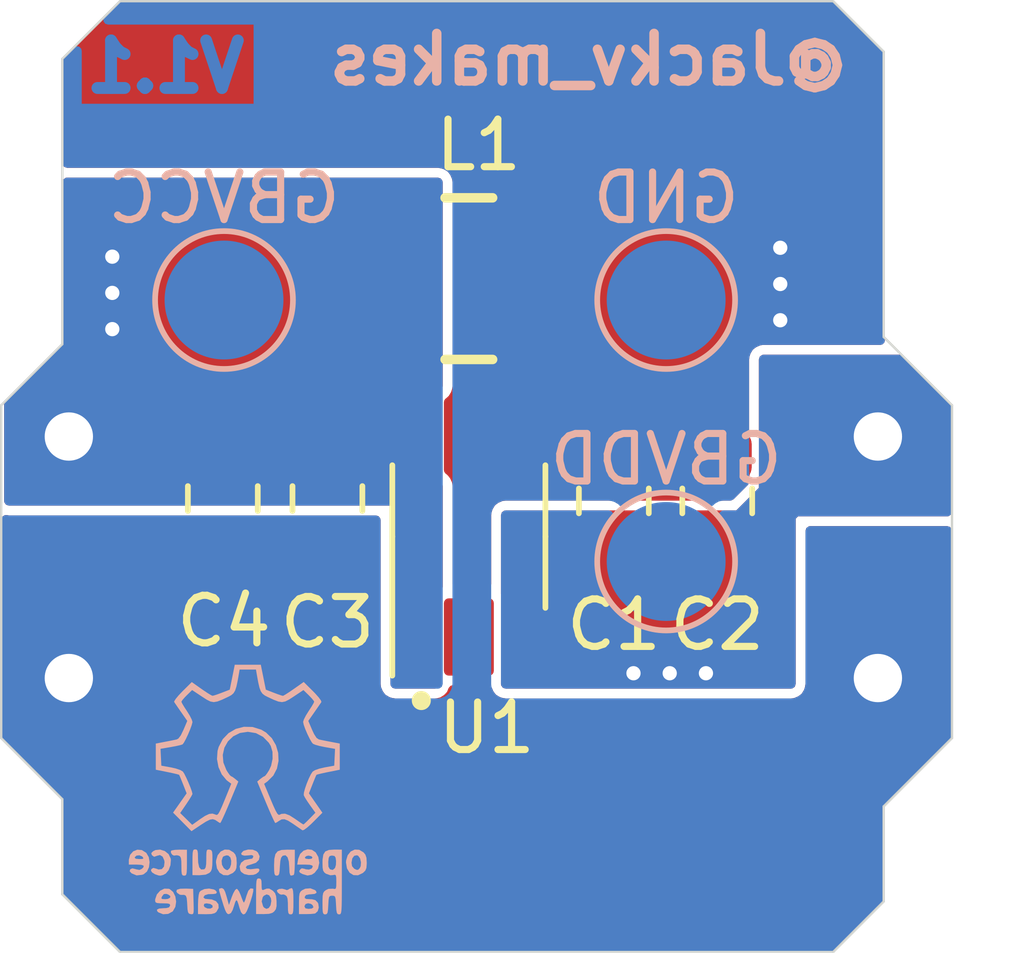
<source format=kicad_pcb>
(kicad_pcb (version 20240108) (generator "pcbnew") (generator_version "8.0")
  (layers (0 "F.Cu" signal) (31 "B.Cu" signal) (34 "B.Paste" user) (35 "F.Paste" user) (36 "B.SilkS" user "B.Silkscreen") (37 "F.SilkS" user "F.Silkscreen") (38 "B.Mask" user) (39 "F.Mask" user) (44 "Edge.Cuts" user))
  (net 0 "")
  (net 1 "GND")
  (net 4 "/GBVDD")
  (net 5 "/GBVCC")
  (net 6 "/SW")
  (footprint "Capacitor_SMD:C_0805_2012Metric" (layer "F.Cu") (at 141.15 90.05 90)
    (property "Reference" "C1" (at -2.606 0 180) (layer "F.SilkS"))
    (property "Value" "4.7uF")
    (fp_line (start -0.261252 -0.735) (end 0.261252 -0.735) (stroke (width 0.12)) (layer "F.SilkS"))
    (fp_line (start -0.261252 0.735) (end 0.261252 0.735) (stroke (width 0.12)) (layer "F.SilkS"))
    (pad "1" smd roundrect (at -0.95 0 90) (size 1 1.45) (layers "F.Cu" "F.Paste" "F.Mask") (net 4 "/GBVDD"))
    (pad "2" smd roundrect (at 0.95 0 90) (size 1 1.45) (layers "F.Cu" "F.Paste" "F.Mask") (net 1 "GND"))
  )
  (footprint "Capacitor_SMD:C_0805_2012Metric" (layer "F.Cu") (at 135.125 90 -90)
    (property "Reference" "C3" (at 2.606 0 180) (layer "F.SilkS"))
    (property "Value" "4.7uF")
    (fp_line (start -0.261252 0.735) (end 0.261252 0.735) (stroke (width 0.12)) (layer "F.SilkS"))
    (fp_line (start -0.261252 -0.735) (end 0.261252 -0.735) (stroke (width 0.12)) (layer "F.SilkS"))
    (pad "1" smd roundrect (at -0.95 0 270) (size 1 1.45) (layers "F.Cu" "F.Paste" "F.Mask") (net 5 "/GBVCC"))
    (pad "2" smd roundrect (at 0.95 0 270) (size 1 1.45) (layers "F.Cu" "F.Paste" "F.Mask") (net 1 "GND"))
  )
  (footprint "Capacitor_SMD:C_0805_2012Metric" (layer "F.Cu") (at 143.325 90.05 90)
    (property "Reference" "C2" (at -2.606 0 180) (layer "F.SilkS"))
    (property "Value" "4.7uF")
    (fp_line (start -0.261252 -0.735) (end 0.261252 -0.735) (stroke (width 0.12)) (layer "F.SilkS"))
    (fp_line (start -0.261252 0.735) (end 0.261252 0.735) (stroke (width 0.12)) (layer "F.SilkS"))
    (pad "1" smd roundrect (at -0.95 0 90) (size 1 1.45) (layers "F.Cu" "F.Paste" "F.Mask") (net 4 "/GBVDD"))
    (pad "2" smd roundrect (at 0.95 0 90) (size 1 1.45) (layers "F.Cu" "F.Paste" "F.Mask") (net 1 "GND"))
  )
  (footprint "KiCad_Foot:Hole" (layer "F.Cu") (at 129.736 93.726)
    (property "Reference" "GND1" (hide yes))
    (property "Value" "~")
    (pad "1" thru_hole circle (at -0.05 0.05) (size 2 2) (drill 1.016) (layers "*.Cu" "*.Mask") (net 1 "GND"))
  )
  (footprint "KiCad_Foot:INDUCTOR3x3" (layer "F.Cu") (at 138.1 85.375 180)
    (property "Reference" "L1" (at 0.775 2.225 0) (layer "F.SilkS") (effects (justify left bottom)))
    (property "Value" "SDCL1V3012-4R7M-R" (hide yes))
    (fp_line (start -0.5 1.7) (end 0.5 1.7) (stroke (width 0.2)) (layer "F.SilkS"))
    (fp_line (start -0.5 -1.7) (end 0.5 -1.7) (stroke (width 0.2)) (layer "F.SilkS"))
    (pad "1" smd rect (at -1.45 0 270) (size 3.6 1.5) (layers "F.Cu" "F.Paste" "F.Mask") (net 6 "/SW"))
    (pad "2" smd rect (at 1.45 0 270) (size 3.6 1.5) (layers "F.Cu" "F.Paste" "F.Mask") (net 5 "/GBVCC"))
  )
  (footprint "Capacitor_SMD:C_0805_2012Metric" (layer "F.Cu") (at 132.925 90 -90)
    (property "Reference" "C4" (at 2.581 -0.025 0) (layer "F.SilkS"))
    (property "Value" "4.7uF")
    (fp_line (start -0.261252 0.735) (end 0.261252 0.735) (stroke (width 0.12)) (layer "F.SilkS"))
    (fp_line (start -0.261252 -0.735) (end 0.261252 -0.735) (stroke (width 0.12)) (layer "F.SilkS"))
    (pad "1" smd roundrect (at -0.95 0 270) (size 1 1.45) (layers "F.Cu" "F.Paste" "F.Mask") (net 5 "/GBVCC"))
    (pad "2" smd roundrect (at 0.95 0 270) (size 1 1.45) (layers "F.Cu" "F.Paste" "F.Mask") (net 1 "GND"))
  )
  (footprint "KiCad_Foot:Hole" (layer "F.Cu") (at 146.754 93.726)
    (property "Reference" "GND2" (hide yes))
    (property "Value" "~")
    (pad "1" thru_hole circle (at -0.05 0.05) (size 2 2) (drill 1.016) (layers "*.Cu" "*.Mask") (net 1 "GND"))
  )
  (footprint "Package_SO:MSOP-8_3x3mm_P0.65mm" (layer "F.Cu") (at 138.1 90.8 90)
    (property "Reference" "U1" (at -4.025 0.375 180) (layer "F.SilkS"))
    (property "Value" "MCP1642B-50I/MS" (hide yes))
    (fp_line (start 0 -1.61) (end 1.5 -1.61) (stroke (width 0.12)) (layer "F.SilkS"))
    (fp_line (start 0 -1.61) (end -2.925 -1.61) (stroke (width 0.12)) (layer "F.SilkS"))
    (fp_line (start 0 1.61) (end 1.5 1.61) (stroke (width 0.12)) (layer "F.SilkS"))
    (fp_line (start 0 1.61) (end -1.5 1.61) (stroke (width 0.12)) (layer "F.SilkS"))
    (pad "1" smd roundrect (at -2.1125 -0.975 90) (size 1.625 0.4) (layers "F.Cu" "F.Paste" "F.Mask") (net 5 "/GBVCC"))
    (pad "2" smd roundrect (at -2.1125 -0.325 90) (size 1.625 0.4) (layers "F.Cu" "F.Paste" "F.Mask"))
    (pad "3" smd roundrect (at -2.1125 0.325 90) (size 1.625 0.4) (layers "F.Cu" "F.Paste" "F.Mask"))
    (pad "4" smd roundrect (at -2.1125 0.975 90) (size 1.625 0.4) (layers "F.Cu" "F.Paste" "F.Mask") (net 4 "/GBVDD"))
    (pad "5" smd roundrect (at 2.1125 0.975 90) (size 1.625 0.4) (layers "F.Cu" "F.Paste" "F.Mask") (net 6 "/SW"))
    (pad "6" smd roundrect (at 2.1125 0.325 90) (size 1.625 0.4) (layers "F.Cu" "F.Paste" "F.Mask") (net 1 "GND"))
    (pad "7" smd roundrect (at 2.1125 -0.325 90) (size 1.625 0.4) (layers "F.Cu" "F.Paste" "F.Mask") (net 1 "GND"))
    (pad "8" smd roundrect (at 2.1125 -0.975 90) (size 1.625 0.4) (layers "F.Cu" "F.Paste" "F.Mask") (net 5 "/GBVCC"))
  )
  (footprint "KiCad_Foot:Hole" (layer "F.Cu") (at 146.754 88.646)
    (property "Reference" "GBVDD1" (hide yes))
    (property "Value" "~")
    (pad "1" thru_hole circle (at -0.05 0.05) (size 2 2) (drill 1.016) (layers "*.Cu" "*.Mask") (net 4 "/GBVDD"))
  )
  (footprint "KiCad_Foot:Hole" (layer "F.Cu") (at 129.736 88.646)
    (property "Reference" "GBVCC1" (hide yes))
    (property "Value" "~")
    (pad "1" thru_hole circle (at -0.05 0.05) (size 2 2) (drill 1.016) (layers "*.Cu" "*.Mask") (net 5 "/GBVCC"))
  )
  (footprint "TestPoint:TestPoint_Pad_D2.5mm" (layer "B.Cu") (at 142.25 85.825 180)
    (property "Reference" "GND" (at 0 2.148 0) (layer "B.SilkS") (effects (justify mirror)))
    (property "Value" "~")
    (fp_circle (center 0 0) (end 0 -1.45) (stroke (width 0.12)) (fill none) (layer "B.SilkS"))
    (pad "1" smd circle (at 0 0 180) (size 2.5 2.5) (layers "B.Cu" "B.Mask"))
  )
  (footprint "TestPoint:TestPoint_Pad_D2.5mm" (layer "B.Cu") (at 142.25 91.325 180)
    (property "Reference" "GBVDD" (at 0 2.148 0) (layer "B.SilkS") (effects (justify mirror)))
    (property "Value" "~")
    (fp_circle (center 0 0) (end 0 -1.45) (stroke (width 0.12)) (fill none) (layer "B.SilkS"))
    (pad "1" smd circle (at 0 0 180) (size 2.5 2.5) (layers "B.Cu" "B.Mask"))
  )
  (footprint "LOGO" (layer "B.Cu") (at 133.45 96.1 180)
    (property "Reference" "G***" (hide yes))
    (property "Value" "LOGO" (hide yes))
    (fp_poly (pts (xy 1.420786 -2.107964) (xy 1.48933 -2.127415) (xy 1.503428 -2.163855) (xy 1.484797 -2.195535) (xy 1.432327 -2.232343) (xy 1.399383 -2.238045) (xy 1.339224 -2.236665) (xy 1.303553 -2.254567) (xy 1.285014 -2.30343) (xy 1.27625 -2.394931) (xy 1.274239 -2.436713) (xy 1.267894 -2.541701) (xy 1.257137 -2.601947) (xy 1.237055 -2.630899) (xy 1.202737 -2.642003) (xy 1.199051 -2.642549) (xy 1.168028 -2.644771) (xy 1.148959 -2.633644) (xy 1.139482 -2.598559) (xy 1.137234 -2.528904) (xy 1.139852 -2.41407) (xy 1.140861 -2.381217) (xy 1.149255 -2.110442) (xy 1.297089 -2.105163)) (fill solid) (layer "B.SilkS"))
    (fp_poly (pts (xy 1.531347 -1.290318) (xy 1.596866 -1.301923) (xy 1.617042 -1.312944) (xy 1.616335 -1.353642) (xy 1.58723 -1.394793) (xy 1.549417 -1.412341) (xy 1.538482 -1.408913) (xy 1.492043 -1.40362) (xy 1.454493 -1.411194) (xy 1.423565 -1.428185) (xy 1.405999 -1.46363) (xy 1.398201 -1.531185) (xy 1.396563 -1.631285) (xy 1.394964 -1.737695) (xy 1.387762 -1.798445) (xy 1.371351 -1.826033) (xy 1.342129 -1.832953) (xy 1.338373 -1.83299) (xy 1.311174 -1.828765) (xy 1.294075 -1.808847) (xy 1.284758 -1.76237) (xy 1.280901 -1.678467) (xy 1.280183 -1.560414) (xy 1.280183 -1.287837) (xy 1.439967 -1.286402)) (fill solid) (layer "B.SilkS"))
    (fp_poly (pts (xy 1.94398 -1.294709) (xy 1.993627 -1.320678) (xy 2.030618 -1.358398) (xy 2.019617 -1.396016) (xy 2.011254 -1.40666) (xy 1.970948 -1.436223) (xy 1.920884 -1.419264) (xy 1.917693 -1.417294) (xy 1.848108 -1.399262) (xy 1.791866 -1.432658) (xy 1.757132 -1.510953) (xy 1.751335 -1.550357) (xy 1.762627 -1.641371) (xy 1.808242 -1.695) (xy 1.878323 -1.703289) (xy 1.920876 -1.687193) (xy 1.987844 -1.669866) (xy 2.029356 -1.695494) (xy 2.036655 -1.728204) (xy 2.011664 -1.766475) (xy 1.951183 -1.803808) (xy 1.876953 -1.82873) (xy 1.838094 -1.83299) (xy 1.776402 -1.816881) (xy 1.724214 -1.788489) (xy 1.664812 -1.717058) (xy 1.626651 -1.613481) (xy 1.617679 -1.502262) (xy 1.621637 -1.472262) (xy 1.665269 -1.380388) (xy 1.745169 -1.315431) (xy 1.843889 -1.284501)) (fill solid) (layer "B.SilkS"))
    (fp_poly (pts (xy -0.868643 -2.112629) (xy -0.858256 -2.124019) (xy -0.819341 -2.136815) (xy -0.782702 -2.122407) (xy -0.721568 -2.106905) (xy -0.657909 -2.113018) (xy -0.616144 -2.136617) (xy -0.610997 -2.151434) (xy -0.630227 -2.188166) (xy -0.671386 -2.222056) (xy -0.709675 -2.234568) (xy -0.717358 -2.230943) (xy -0.753743 -2.228593) (xy -0.789393 -2.242368) (xy -0.820012 -2.269515) (xy -0.836741 -2.319141) (xy -0.843218 -2.405787) (xy -0.843757 -2.459558) (xy -0.84559 -2.56157) (xy -0.853747 -2.618327) (xy -0.872216 -2.642718) (xy -0.901947 -2.647652) (xy -0.928993 -2.643478) (xy -0.946062 -2.623761) (xy -0.955427 -2.577706) (xy -0.959361 -2.494519) (xy -0.960138 -2.371249) (xy -0.958438 -2.238461) (xy -0.95239 -2.154414) (xy -0.940572 -2.109733) (xy -0.921561 -2.095043) (xy -0.918212 -2.094846)) (fill solid) (layer "B.SilkS"))
    (fp_poly (pts (xy -0.707518 -1.292882) (xy -0.628024 -1.320989) (xy -0.580791 -1.37977) (xy -0.558248 -1.478298) (xy -0.552807 -1.614777) (xy -0.554236 -1.726472) (xy -0.560613 -1.792018) (xy -0.575067 -1.823428) (xy -0.600729 -1.832716) (xy -0.609667 -1.83299) (xy -0.640619 -1.826136) (xy -0.659133 -1.797203) (xy -0.669462 -1.733634) (xy -0.675131 -1.639635) (xy -0.684183 -1.5256) (xy -0.701206 -1.45633) (xy -0.729799 -1.418564) (xy -0.736355 -1.414149) (xy -0.792945 -1.403863) (xy -0.836224 -1.446172) (xy -0.863689 -1.536491) (xy -0.872852 -1.66398) (xy -0.877388 -1.767722) (xy -0.892127 -1.821288) (xy -0.911646 -1.83299) (xy -0.961129 -1.820066) (xy -0.969836 -1.813593) (xy -0.978577 -1.777516) (xy -0.985272 -1.697841) (xy -0.988884 -1.589153) (xy -0.989233 -1.541017) (xy -0.989233 -1.287837) (xy -0.826842 -1.286378)) (fill solid) (layer "B.SilkS"))
    (fp_poly (pts (xy 1.132883 -1.284432) (xy 1.149995 -1.304442) (xy 1.15929 -1.351114) (xy 1.16311 -1.435346) (xy 1.163803 -1.55103) (xy 1.163803 -1.821877) (xy 1.017416 -1.824085) (xy 0.885694 -1.811708) (xy 0.808531 -1.775686) (xy 0.775312 -1.740414) (xy 0.75596 -1.691337) (xy 0.746715 -1.612985) (xy 0.743979 -1.509905) (xy 0.744183 -1.399315) (xy 0.749842 -1.334043) (xy 0.764582 -1.301246) (xy 0.792032 -1.28808) (xy 0.807388 -1.285434) (xy 0.841657 -1.284113) (xy 0.861251 -1.300396) (xy 0.870257 -1.346344) (xy 0.872757 -1.434018) (xy 0.872852 -1.478713) (xy 0.8758 -1.591639) (xy 0.886382 -1.658766) (xy 0.90721 -1.692268) (xy 0.920182 -1.699451) (xy 0.981681 -1.703041) (xy 1.022428 -1.656908) (xy 1.043601 -1.558892) (xy 1.047423 -1.465739) (xy 1.049305 -1.364563) (xy 1.057663 -1.308562) (xy 1.076562 -1.284771) (xy 1.105613 -1.280183)) (fill solid) (layer "B.SilkS"))
    (fp_poly (pts (xy -2.165328 -1.324266) (xy -2.101361 -1.402947) (xy -2.068143 -1.513878) (xy -2.06575 -1.556587) (xy -2.086368 -1.681033) (xy -2.141743 -1.77118) (xy -2.222164 -1.821193) (xy -2.317915 -1.825235) (xy -2.419283 -1.777473) (xy -2.425515 -1.772688) (xy -2.472195 -1.726858) (xy -2.495096 -1.671138) (xy -2.502021 -1.583831) (xy -2.502176 -1.559547) (xy -2.501625 -1.550217) (xy -2.380275 -1.550217) (xy -2.375109 -1.631852) (xy -2.355124 -1.674868) (xy -2.32104 -1.709481) (xy -2.287394 -1.710332) (xy -2.238408 -1.686491) (xy -2.192982 -1.632858) (xy -2.182131 -1.559126) (xy -2.197968 -1.47042) (xy -2.23893 -1.415375) (xy -2.295194 -1.404004) (xy -2.322771 -1.415733) (xy -2.361678 -1.468958) (xy -2.380275 -1.550217) (xy -2.501625 -1.550217) (xy -2.496119 -1.45692) (xy -2.473419 -1.389848) (xy -2.434837 -1.343445) (xy -2.342754 -1.288343) (xy -2.249355 -1.284007)) (fill solid) (layer "B.SilkS"))
    (fp_poly (pts (xy 0.569609 -1.324266) (xy 0.633576 -1.402947) (xy 0.666794 -1.513878) (xy 0.669187 -1.556587) (xy 0.648569 -1.681033) (xy 0.593194 -1.77118) (xy 0.512773 -1.821193) (xy 0.417022 -1.825235) (xy 0.315654 -1.777473) (xy 0.309422 -1.772688) (xy 0.262742 -1.726858) (xy 0.239841 -1.671138) (xy 0.232916 -1.583831) (xy 0.23276 -1.559547) (xy 0.235161 -1.518875) (xy 0.348558 -1.518875) (xy 0.352436 -1.598717) (xy 0.376272 -1.66962) (xy 0.418057 -1.712013) (xy 0.440167 -1.71661) (xy 0.475445 -1.698277) (xy 0.507085 -1.670889) (xy 0.543451 -1.602592) (xy 0.550212 -1.518211) (xy 0.526975 -1.4454) (xy 0.51056 -1.426818) (xy 0.450275 -1.406184) (xy 0.408727 -1.410668) (xy 0.366652 -1.449668) (xy 0.348558 -1.518875) (xy 0.235161 -1.518875) (xy 0.238818 -1.45692) (xy 0.261518 -1.389848) (xy 0.3001 -1.343445) (xy 0.392183 -1.288343) (xy 0.485582 -1.284007)) (fill solid) (layer "B.SilkS"))
    (fp_poly (pts (xy 0.081583 -1.30778) (xy 0.100717 -1.319412) (xy 0.13941 -1.364103) (xy 0.127111 -1.396985) (xy 0.070717 -1.412131) (xy -0.001756 -1.407456) (xy -0.076768 -1.39971) (xy -0.11008 -1.411094) (xy -0.11638 -1.436488) (xy -0.093374 -1.474104) (xy -0.035569 -1.483849) (xy 0.067484 -1.504852) (xy 0.139264 -1.559725) (xy 0.171963 -1.63626) (xy 0.157773 -1.722251) (xy 0.138106 -1.755356) (xy 0.075258 -1.799233) (xy -0.017823 -1.820653) (xy -0.116432 -1.816343) (xy -0.174571 -1.796768) (xy -0.228393 -1.754385) (xy -0.24679 -1.711915) (xy -0.227814 -1.684598) (xy -0.189118 -1.683) (xy -0.061273 -1.697729) (xy 0.017005 -1.689661) (xy 0.043642 -1.659011) (xy 0.043643 -1.658913) (xy 0.015817 -1.623148) (xy -0.063607 -1.598376) (xy -0.070361 -1.597233) (xy -0.172591 -1.561384) (xy -0.233803 -1.500766) (xy -0.249573 -1.426645) (xy -0.215476 -1.350284) (xy -0.180619 -1.316552) (xy -0.104263 -1.286458) (xy -0.006813 -1.283636)) (fill solid) (layer "B.SilkS"))
    (fp_poly (pts (xy -1.172662 -1.307668) (xy -1.101433 -1.375742) (xy -1.059029 -1.481153) (xy -1.057279 -1.491123) (xy -1.039809 -1.600229) (xy -1.203639 -1.600229) (xy -1.302782 -1.604331) (xy -1.354069 -1.61831) (xy -1.367469 -1.641911) (xy -1.343143 -1.684466) (xy -1.285308 -1.705493) (xy -1.216682 -1.698465) (xy -1.198454 -1.690488) (xy -1.137995 -1.677746) (xy -1.11007 -1.694695) (xy -1.079981 -1.737109) (xy -1.096687 -1.769704) (xy -1.150625 -1.799225) (xy -1.255251 -1.830194) (xy -1.344342 -1.813247) (xy -1.404954 -1.774445) (xy -1.477528 -1.682556) (xy -1.503673 -1.564024) (xy -1.484993 -1.44748) (xy -1.360195 -1.44748) (xy -1.345055 -1.475071) (xy -1.280183 -1.483849) (xy -1.21349 -1.474242) (xy -1.200172 -1.44748) (xy -1.235241 -1.41908) (xy -1.280183 -1.411111) (xy -1.337768 -1.424827) (xy -1.360195 -1.44748) (xy -1.484993 -1.44748) (xy -1.483808 -1.440084) (xy -1.428289 -1.343137) (xy -1.349191 -1.289798) (xy -1.259615 -1.278497)) (fill solid) (layer "B.SilkS"))
    (fp_poly (pts (xy 0.913297 -2.114892) (xy 0.990824 -2.150573) (xy 1.017974 -2.18147) (xy 1.032931 -2.237666) (xy 1.043532 -2.331415) (xy 1.047423 -2.438946) (xy 1.047423 -2.641397) (xy 0.876706 -2.6438) (xy 0.765949 -2.639985) (xy 0.696591 -2.622261) (xy 0.658493 -2.59372) (xy 0.612623 -2.510935) (xy 0.613459 -2.49923) (xy 0.740134 -2.49923) (xy 0.740944 -2.500591) (xy 0.78556 -2.525926) (xy 0.849816 -2.522837) (xy 0.905887 -2.496564) (xy 0.925653 -2.465808) (xy 0.916358 -2.425662) (xy 0.867712 -2.415337) (xy 0.789844 -2.428063) (xy 0.742836 -2.459042) (xy 0.740134 -2.49923) (xy 0.613459 -2.49923) (xy 0.618214 -2.432697) (xy 0.668865 -2.369767) (xy 0.75818 -2.332904) (xy 0.81674 -2.327606) (xy 0.897278 -2.319959) (xy 0.929547 -2.29497) (xy 0.931042 -2.284518) (xy 0.904722 -2.245482) (xy 0.8344 -2.222513) (xy 0.733033 -2.219777) (xy 0.730321 -2.219995) (xy 0.66707 -2.210789) (xy 0.650163 -2.179107) (xy 0.681605 -2.140157) (xy 0.717435 -2.122189) (xy 0.81493 -2.104004)) (fill solid) (layer "B.SilkS"))
    (fp_poly (pts (xy 2.410636 -1.321477) (xy 2.474671 -1.393843) (xy 2.501992 -1.49752) (xy 2.502176 -1.507546) (xy 2.502176 -1.600229) (xy 2.342153 -1.600229) (xy 2.239051 -1.605459) (xy 2.190366 -1.622692) (xy 2.193138 -1.654244) (xy 2.228106 -1.68945) (xy 2.279571 -1.712566) (xy 2.34979 -1.698955) (xy 2.357918 -1.695961) (xy 2.426333 -1.67895) (xy 2.467435 -1.695871) (xy 2.473353 -1.702389) (xy 2.484567 -1.739986) (xy 2.447072 -1.780852) (xy 2.438899 -1.786726) (xy 2.338783 -1.827516) (xy 2.224597 -1.81551) (xy 2.188981 -1.802832) (xy 2.120438 -1.746845) (xy 2.078558 -1.656112) (xy 2.065409 -1.548619) (xy 2.078766 -1.468182) (xy 2.195266 -1.468182) (xy 2.216553 -1.481064) (xy 2.282825 -1.483849) (xy 2.358209 -1.47601) (xy 2.379732 -1.451921) (xy 2.378668 -1.44748) (xy 2.341059 -1.411111) (xy 2.279769 -1.404511) (xy 2.221932 -1.429097) (xy 2.212391 -1.438802) (xy 2.195266 -1.468182) (xy 2.078766 -1.468182) (xy 2.083055 -1.442353) (xy 2.133561 -1.355304) (xy 2.137165 -1.351599) (xy 2.227992 -1.29442) (xy 2.323779 -1.286358)) (fill solid) (layer "B.SilkS"))
    (fp_poly (pts (xy -1.209426 -2.107401) (xy -1.141182 -2.140138) (xy -1.108204 -2.169543) (xy -1.088743 -2.2102) (xy -1.079351 -2.276685) (xy -1.076581 -2.38357) (xy -1.076518 -2.413532) (xy -1.076518 -2.641634) (xy -1.229267 -2.641722) (xy -1.323683 -2.63911) (xy -1.396681 -2.632338) (xy -1.420265 -2.627133) (xy -1.471359 -2.580084) (xy -1.493913 -2.503855) (xy -1.493263 -2.4991) (xy -1.381753 -2.4991) (xy -1.345119 -2.524806) (xy -1.275334 -2.531272) (xy -1.213645 -2.520891) (xy -1.193274 -2.483066) (xy -1.192898 -2.473082) (xy -1.215528 -2.429721) (xy -1.26849 -2.413496) (xy -1.329392 -2.426915) (xy -1.363654 -2.453937) (xy -1.381753 -2.4991) (xy -1.493263 -2.4991) (xy -1.482796 -2.422539) (xy -1.469404 -2.396417) (xy -1.422037 -2.348287) (xy -1.351152 -2.329237) (xy -1.306474 -2.327606) (xy -1.230829 -2.323159) (xy -1.199867 -2.30569) (xy -1.198748 -2.27669) (xy -1.224946 -2.239922) (xy -1.291825 -2.226228) (xy -1.314506 -2.225773) (xy -1.405992 -2.217064) (xy -1.447208 -2.192741) (xy -1.435187 -2.15551) (xy -1.412778 -2.136109) (xy -1.316669 -2.098848)) (fill solid) (layer "B.SilkS"))
    (fp_poly (pts (xy 1.843579 -2.14935) (xy 1.912273 -2.226974) (xy 1.947399 -2.327311) (xy 1.94937 -2.35807) (xy 1.942121 -2.390793) (xy 1.911288 -2.407937) (xy 1.843244 -2.414278) (xy 1.787214 -2.414891) (xy 1.694389 -2.417392) (xy 1.647291 -2.42765) (xy 1.633571 -2.449802) (xy 1.635201 -2.465808) (xy 1.657997 -2.500337) (xy 1.717116 -2.51509) (xy 1.765573 -2.516724) (xy 1.864343 -2.524658) (xy 1.911376 -2.547301) (xy 1.904484 -2.582911) (xy 1.878299 -2.606388) (xy 1.781052 -2.644807) (xy 1.674674 -2.63761) (xy 1.583009 -2.586991) (xy 1.57443 -2.578423) (xy 1.522841 -2.488424) (xy 1.506992 -2.379965) (xy 1.523761 -2.270218) (xy 1.527949 -2.261722) (xy 1.629868 -2.261722) (xy 1.634128 -2.296661) (xy 1.681349 -2.321935) (xy 1.732181 -2.327606) (xy 1.798695 -2.324337) (xy 1.81878 -2.308221) (xy 1.804097 -2.269795) (xy 1.803895 -2.269416) (xy 1.766141 -2.220684) (xy 1.715755 -2.215861) (xy 1.675346 -2.228886) (xy 1.629868 -2.261722) (xy 1.527949 -2.261722) (xy 1.570027 -2.176355) (xy 1.642666 -2.115549) (xy 1.659789 -2.108958) (xy 1.754893 -2.106119)) (fill solid) (layer "B.SilkS"))
    (fp_poly (pts (xy -0.208903 -1.894415) (xy -0.192641 -1.910332) (xy -0.182526 -1.948251) (xy -0.177108 -2.017492) (xy -0.17494 -2.127375) (xy -0.174571 -2.265589) (xy -0.174571 -2.639998) (xy -0.336961 -2.641457) (xy -0.446611 -2.636237) (xy -0.517559 -2.615037) (xy -0.556584 -2.585684) (xy -0.59092 -2.537739) (xy -0.605737 -2.472002) (xy -0.605317 -2.369047) (xy -0.605181 -2.366453) (xy -0.494616 -2.366453) (xy -0.479393 -2.455654) (xy -0.441197 -2.512943) (xy -0.391237 -2.53131) (xy -0.340723 -2.503743) (xy -0.32107 -2.474994) (xy -0.29255 -2.375243) (xy -0.313627 -2.286754) (xy -0.336614 -2.257004) (xy -0.395549 -2.227158) (xy -0.449526 -2.246378) (xy -0.486076 -2.306028) (xy -0.494616 -2.366453) (xy -0.605181 -2.366453) (xy -0.605133 -2.365528) (xy -0.595405 -2.264995) (xy -0.574273 -2.202117) (xy -0.533643 -2.15645) (xy -0.517278 -2.143671) (xy -0.453076 -2.105431) (xy -0.398797 -2.105053) (xy -0.364529 -2.118264) (xy -0.319288 -2.135907) (xy -0.297885 -2.126217) (xy -0.291396 -2.077458) (xy -0.290951 -2.021484) (xy -0.287105 -1.939903) (xy -0.271154 -1.901424) (xy -0.236475 -1.891219) (xy -0.232761 -1.89118)) (fill solid) (layer "B.SilkS"))
    (fp_poly (pts (xy 0.601722 -2.107872) (xy 0.603325 -2.145762) (xy 0.551135 -2.326938) (xy 0.510719 -2.459085) (xy 0.479037 -2.549449) (xy 0.453044 -2.605273) (xy 0.4297 -2.633801) (xy 0.405961 -2.642277) (xy 0.395079 -2.641591) (xy 0.353672 -2.618333) (xy 0.318172 -2.555298) (xy 0.290914 -2.473378) (xy 0.263291 -2.385973) (xy 0.241748 -2.34939) (xy 0.221077 -2.365254) (xy 0.196066 -2.43519) (xy 0.175275 -2.50945) (xy 0.142872 -2.601202) (xy 0.106743 -2.642962) (xy 0.086103 -2.647652) (xy 0.055479 -2.633191) (xy 0.02299 -2.584484) (xy -0.015622 -2.49355) (xy -0.053405 -2.386163) (xy -0.092368 -2.259659) (xy -0.114154 -2.165909) (xy -0.116845 -2.11392) (xy -0.112801 -2.107181) (xy -0.058389 -2.100299) (xy -0.010992 -2.150806) (xy 0.029011 -2.258283) (xy 0.031221 -2.266741) (xy 0.054991 -2.345828) (xy 0.075876 -2.392205) (xy 0.085379 -2.397768) (xy 0.103608 -2.362864) (xy 0.131592 -2.292019) (xy 0.147987 -2.245537) (xy 0.182703 -2.165715) (xy 0.218887 -2.116988) (xy 0.235152 -2.109393) (xy 0.267087 -2.135385) (xy 0.306285 -2.204829) (xy 0.336324 -2.279038) (xy 0.396485 -2.448684) (xy 0.445673 -2.271765) (xy 0.476873 -2.172063) (xy 0.505208 -2.117668) (xy 0.538157 -2.096622) (xy 0.556322 -2.094846)) (fill solid) (layer "B.SilkS"))
    (fp_poly (pts (xy -1.706865 -1.292147) (xy -1.630709 -1.323441) (xy -1.58889 -1.388057) (xy -1.572543 -1.495584) (xy -1.571134 -1.560425) (xy -1.573684 -1.664161) (xy -1.584937 -1.727046) (xy -1.610296 -1.766328) (xy -1.64366 -1.791884) (xy -1.736638 -1.824897) (xy -1.789135 -1.821095) (xy -1.830703 -1.813721) (xy -1.852429 -1.826913) (xy -1.860746 -1.873262) (xy -1.862085 -1.963918) (xy -1.8607 -2.055385) (xy -1.852259 -2.101256) (xy -1.83033 -2.114123) (xy -1.789135 -2.10674) (xy -1.695973 -2.111104) (xy -1.64366 -2.135952) (xy -1.607283 -2.164308) (xy -1.585629 -2.200113) (xy -1.574923 -2.257919) (xy -1.57139 -2.352282) (xy -1.571134 -2.415562) (xy -1.572408 -2.531454) (xy -1.578136 -2.600857) (xy -1.591181 -2.635453) (xy -1.614404 -2.646922) (xy -1.627995 -2.647652) (xy -1.658744 -2.640903) (xy -1.677213 -2.612337) (xy -1.687562 -2.549477) (xy -1.693459 -2.45126) (xy -1.699331 -2.347155) (xy -1.709024 -2.28834) (xy -1.727873 -2.261932) (xy -1.761213 -2.255051) (xy -1.7748 -2.254868) (xy -1.813512 -2.258411) (xy -1.836137 -2.277626) (xy -1.848011 -2.325394) (xy -1.854467 -2.414598) (xy -1.85614 -2.45126) (xy -1.862702 -2.556443) (xy -1.873578 -2.615912) (xy -1.892927 -2.642146) (xy -1.921604 -2.647652) (xy -1.939643 -2.645359) (xy -1.953402 -2.633861) (xy -1.963459 -2.606229) (xy -1.970392 -2.555534) (xy -1.974781 -2.474847) (xy -1.977203 -2.357239) (xy -1.978238 -2.195781) (xy -1.978465 -1.983544) (xy -1.978465 -1.966711) (xy -1.978465 -1.522248) (xy -1.856688 -1.522248) (xy -1.854131 -1.605689) (xy -1.836049 -1.668079) (xy -1.831305 -1.674997) (xy -1.787944 -1.712293) (xy -1.741389 -1.702963) (xy -1.721996 -1.691459) (xy -1.69634 -1.642403) (xy -1.692481 -1.545397) (xy -1.692901 -1.539156) (xy -1.702268 -1.459209) (xy -1.721807 -1.421819) (xy -1.761516 -1.411354) (xy -1.7748 -1.411111) (xy -1.823383 -1.418954) (xy -1.84687 -1.453457) (xy -1.856688 -1.522248) (xy -1.978465 -1.522248) (xy -1.978465 -1.285769) (xy -1.826224 -1.28459)) (fill solid) (layer "B.SilkS"))
    (fp_poly (pts (xy 0.294153 2.502176) (xy 0.311981 2.413387) (xy 0.334726 2.300623) (xy 0.347006 2.239926) (xy 0.379505 2.079509) (xy 0.547315 2.01444) (xy 0.64014 1.980252) (xy 0.711972 1.957094) (xy 0.743072 1.950442) (xy 0.778182 1.966747) (xy 0.847596 2.009289) (xy 0.938554 2.070087) (xy 0.974617 2.095261) (xy 1.178214 2.239007) (xy 1.373251 2.045465) (xy 1.45563 1.958737) (xy 1.51648 1.884978) (xy 1.547614 1.83466) (xy 1.549024 1.820635) (xy 1.523898 1.782884) (xy 1.475113 1.711739) (xy 1.412444 1.621432) (xy 1.401407 1.605621) (xy 1.273053 1.421895) (xy 1.352757 1.234359) (xy 1.409826 1.116974) (xy 1.460431 1.051085) (xy 1.494523 1.032444) (xy 1.555016 1.019552) (xy 1.650546 1.000347) (xy 1.745704 0.981826) (xy 1.934822 0.94559) (xy 1.934822 0.670421) (xy 1.934822 0.395252) (xy 1.693937 0.3471) (xy 1.583252 0.323929) (xy 1.497061 0.303913) (xy 1.449209 0.290344) (xy 1.444037 0.287675) (xy 1.429668 0.256922) (xy 1.400452 0.186787) (xy 1.362576 0.092142) (xy 1.360693 0.087357) (xy 1.286366 -0.10169) (xy 1.429125 -0.304318) (xy 1.571885 -0.506947) (xy 1.378128 -0.7022) (xy 1.184371 -0.897453) (xy 0.992553 -0.768772) (xy 0.878214 -0.695609) (xy 0.797212 -0.655334) (xy 0.737181 -0.644819) (xy 0.685757 -0.660934) (xy 0.652926 -0.682809) (xy 0.602876 -0.716163) (xy 0.579019 -0.726452) (xy 0.562592 -0.701316) (xy 0.528324 -0.631214) (xy 0.480297 -0.525082) (xy 0.42259 -0.391858) (xy 0.379963 -0.290498) (xy 0.198338 0.146381) (xy 0.266466 0.20315) (xy 0.320951 0.243736) (xy 0.355188 0.260887) (xy 0.380458 0.28441) (xy 0.422281 0.343414) (xy 0.449747 0.388066) (xy 0.513704 0.547317) (xy 0.526237 0.707102) (xy 0.492474 0.858245) (xy 0.417543 0.991572) (xy 0.30657 1.097905) (xy 0.164683 1.16807) (xy 0 1.192898) (xy -0.170663 1.16526) (xy -0.321334 1.086452) (xy -0.441996 0.962632) (xy -0.482666 0.896118) (xy -0.519454 0.772609) (xy -0.521654 0.62615) (xy -0.490737 0.47946) (xy -0.449747 0.388066) (xy -0.403586 0.315516) (xy -0.367258 0.26941) (xy -0.355188 0.260887) (xy -0.320309 0.243318) (xy -0.266466 0.20315) (xy -0.198338 0.146381) (xy -0.379964 -0.290498) (xy -0.441917 -0.437024) (xy -0.496962 -0.562527) (xy -0.541018 -0.658068) (xy -0.570004 -0.714712) (xy -0.579019 -0.726452) (xy -0.61323 -0.71005) (xy -0.652926 -0.682809) (xy -0.711676 -0.649642) (xy -0.771991 -0.646548) (xy -0.847289 -0.676453) (xy -0.950989 -0.742285) (xy -0.962588 -0.750362) (xy -1.048291 -0.809954) (xy -1.116941 -0.856996) (xy -1.151448 -0.879866) (xy -1.184092 -0.868908) (xy -1.246026 -0.823656) (xy -1.326777 -0.752299) (xy -1.376172 -0.704133) (xy -1.569608 -0.509164) (xy -1.427938 -0.305498) (xy -1.286269 -0.101833) (xy -1.360645 0.087285) (xy -1.398791 0.182731) (xy -1.428566 0.254367) (xy -1.443781 0.287325) (xy -1.444037 0.287675) (xy -1.474736 0.298124) (xy -1.548747 0.316203) (xy -1.652226 0.33862) (xy -1.693938 0.3471) (xy -1.934823 0.395252) (xy -1.934823 0.670421) (xy -1.934823 0.833987) (xy -1.835513 0.833987) (xy -1.826978 0.657293) (xy -1.818442 0.480598) (xy -1.615553 0.443933) (xy -1.501662 0.417342) (xy -1.411259 0.38502) (xy -1.365069 0.356382) (xy -1.326438 0.298434) (xy -1.282196 0.207913) (xy -1.238741 0.101745) (xy -1.202471 -0.003143) (xy -1.179786 -0.089826) (xy -1.176996 -0.141104) (xy -1.201179 -0.188495) (xy -1.249425 -0.265337) (xy -1.307162 -0.349141) (xy -1.422056 -0.509164) (xy -1.301419 -0.632818) (xy -1.235564 -0.698623) (xy -1.187511 -0.743474) (xy -1.170057 -0.756472) (xy -1.142859 -0.740831) (xy -1.081659 -0.699759) (xy -0.999524 -0.642036) (xy -0.996808 -0.640092) (xy -0.876553 -0.563598) (xy -0.783674 -0.528932) (xy -0.708112 -0.533377) (xy -0.66996 -0.551713) (xy -0.647788 -0.553752) (xy -0.621362 -0.528126) (xy -0.586554 -0.467858) (xy -0.539237 -0.365974) (xy -0.48551 -0.240036) (xy -0.343929 0.098751) (xy -0.417685 0.152478) (xy -0.537287 0.272527) (xy -0.613225 0.418953) (xy -0.646818 0.581217) (xy -0.639381 0.74878) (xy -0.592233 0.911102) (xy -0.50669 1.057646) (xy -0.384071 1.177871) (xy -0.281943 1.238398) (xy -0.099204 1.294658) (xy 0.08209 1.298338) (xy 0.252913 1.253842) (xy 0.40424 1.165573) (xy 0.527044 1.037934) (xy 0.612299 0.875328) (xy 0.636329 0.790437) (xy 0.648142 0.620365) (xy 0.616658 0.450236) (xy 0.547414 0.296303) (xy 0.445947 0.174815) (xy 0.419409 0.153734) (xy 0.347378 0.101263) (xy 0.485556 -0.237934) (xy 0.544345 -0.379399) (xy 0.587361 -0.474007) (xy 0.619205 -0.529405) (xy 0.644482 -0.553242) (xy 0.667796 -0.553166) (xy 0.673643 -0.550422) (xy 0.741274 -0.5273) (xy 0.813194 -0.535052) (xy 0.902262 -0.577328) (xy 1.001669 -0.643573) (xy 1.169054 -0.763435) (xy 1.295402 -0.639433) (xy 1.42175 -0.515432) (xy 1.292777 -0.327071) (xy 1.231795 -0.23497) (xy 1.186372 -0.160578) (xy 1.16461 -0.117325) (xy 1.163803 -0.113304) (xy 1.175688 -0.062089) (xy 1.206317 0.023444) (xy 1.248149 0.125695) (xy 1.293641 0.227068) (xy 1.335255 0.309963) (xy 1.365068 0.356382) (xy 1.419028 0.38846) (xy 1.512716 0.420481) (xy 1.615553 0.443933) (xy 1.818442 0.480598) (xy 1.826992 0.657844) (xy 1.835541 0.835089) (xy 1.619276 0.872082) (xy 1.510711 0.892372) (xy 1.423747 0.911785) (xy 1.375182 0.92652) (xy 1.372458 0.927958) (xy 1.343466 0.965304) (xy 1.302418 1.040899) (xy 1.256644 1.138128) (xy 1.213475 1.240376) (xy 1.180244 1.331026) (xy 1.164279 1.393464) (xy 1.163803 1.400872) (xy 1.179533 1.452601) (xy 1.220818 1.533867) (xy 1.2788 1.627284) (xy 1.280183 1.629324) (xy 1.337683 1.717255) (xy 1.379278 1.787077) (xy 1.396491 1.824501) (xy 1.396563 1.825488) (xy 1.377302 1.8581) (xy 1.327792 1.915444) (xy 1.283639 1.960543) (xy 1.170715 2.07081) (xy 0.963203 1.932824) (xy 0.863107 1.868376) (xy 0.785663 1.829872) (xy 0.715762 1.817259) (xy 0.638299 1.830482) (xy 0.538166 1.869488) (xy 0.407331 1.930829) (xy 0.345596 1.964438) (xy 0.300416 2.003773) (xy 0.266694 2.059706) (xy 0.23933 2.143106) (xy 0.213227 2.264842) (xy 0.190519 2.39307) (xy 0.171934 2.502176) (xy 0 2.502176) (xy -0.171934 2.502176) (xy -0.190519 2.39307) (xy -0.219168 2.233979) (xy -0.245111 2.121684) (xy -0.273445 2.045313) (xy -0.309268 1.993999) (xy -0.35768 1.956872) (xy -0.407331 1.930829) (xy -0.54326 1.867228) (xy -0.642077 1.829357) (xy -0.718889 1.81727) (xy -0.788804 1.831022) (xy -0.866928 1.870667) (xy -0.963203 1.932824) (xy -1.170715 2.07081) (xy -1.283639 1.960543) (xy -1.346527 1.894907) (xy -1.387523 1.844008) (xy -1.396564 1.825488) (xy -1.381266 1.790714) (xy -1.341023 1.722596) (xy -1.284314 1.635422) (xy -1.280183 1.629324) (xy -1.221936 1.535836) (xy -1.180192 1.45412) (xy -1.163811 1.401562) (xy -1.163803 1.400872) (xy -1.176586 1.340141) (xy -1.209455 1.248451) (xy -1.254194 1.144079) (xy -1.302585 1.0453) (xy -1.34641 0.97039) (xy -1.370265 0.941701) (xy -1.41787 0.920651) (xy -1.504969 0.896112) (xy -1.613493 0.873109) (xy -1.623312 0.871352) (xy -1.835513 0.833987) (xy -1.934823 0.833987) (xy -1.934823 0.94559) (xy -1.745705 0.981826) (xy -1.637674 1.002895) (xy -1.545254 1.021565) (xy -1.494524 1.032444) (xy -1.446059 1.065369) (xy -1.39398 1.145729) (xy -1.352757 1.234359) (xy -1.273053 1.421895) (xy -1.401407 1.605621) (xy -1.465433 1.697727) (xy -1.517192 1.773029) (xy -1.546911 1.817292) (xy -1.549025 1.820635) (xy -1.538055 1.853248) (xy -1.49278 1.915201) (xy -1.421369 1.996058) (xy -1.372211 2.046497) (xy -1.176134 2.241071) (xy -0.969117 2.095221) (xy -0.873308 2.029506) (xy -0.795088 1.979165) (xy -0.746785 1.952) (xy -0.738613 1.94937) (xy -0.700896 1.959197) (xy -0.626497 1.984746) (xy -0.547315 2.01444) (xy -0.379505 2.079509) (xy -0.347006 2.239926) (xy -0.324404 2.351744) (xy -0.303028 2.457902) (xy -0.294153 2.502176) (xy -0.273799 2.604009) (xy 0 2.604009) (xy 0.273798 2.604009)) (fill solid) (layer "B.SilkS"))
  )
  (footprint "TestPoint:TestPoint_Pad_D2.5mm" (layer "B.Cu") (at 132.95 85.825 180)
    (property "Reference" "GBVCC" (at 0 2.148 0) (layer "B.SilkS") (effects (justify mirror)))
    (property "Value" "~")
    (fp_circle (center 0 0) (end 0 -1.45) (stroke (width 0.12)) (fill none) (layer "B.SilkS"))
    (pad "1" smd circle (at 0 0 180) (size 2.5 2.5) (layers "B.Cu" "B.Mask"))
  )
  (gr_circle (center 137.1 94.25) (end 137.2 94.25) (stroke (width 0.2)) (fill solid) (layer "F.SilkS"))
  (gr_line (start 129.54929 80.75267) (end 130.76292 79.53904) (stroke (width 0.05)) (layer "Edge.Cuts"))
  (gr_line (start 128.26292 95.03904) (end 128.26292 88.03904) (stroke (width 0.05)) (layer "Edge.Cuts"))
  (gr_line (start 146.825 96.47696) (end 146.825 98.47696) (stroke (width 0.05)) (layer "Edge.Cuts"))
  (gr_line (start 128.26292 88.03904) (end 129.54929 86.75267) (stroke (width 0.05)) (layer "Edge.Cuts"))
  (gr_line (start 129.54929 86.75267) (end 129.54929 80.75267) (stroke (width 0.05)) (layer "Edge.Cuts"))
  (gr_line (start 130.76292 99.53904) (end 129.54929 98.32541) (stroke (width 0.05)) (layer "Edge.Cuts"))
  (gr_line (start 146.825 98.47696) (end 145.76292 99.53904) (stroke (width 0.05)) (layer "Edge.Cuts"))
  (gr_line (start 146.825 80.60112) (end 146.825 86.60112) (stroke (width 0.05)) (layer "Edge.Cuts"))
  (gr_line (start 145.76292 99.53904) (end 130.76292 99.53904) (stroke (width 0.05)) (layer "Edge.Cuts"))
  (gr_line (start 148.26292 95.03904) (end 146.825 96.47696) (stroke (width 0.05)) (layer "Edge.Cuts"))
  (gr_line (start 146.825 86.60112) (end 148.26292 88.03904) (stroke (width 0.05)) (layer "Edge.Cuts"))
  (gr_line (start 129.54929 98.32541) (end 129.54929 96.32541) (stroke (width 0.05)) (layer "Edge.Cuts"))
  (gr_line (start 145.76292 79.53904) (end 146.825 80.60112) (stroke (width 0.05)) (layer "Edge.Cuts"))
  (gr_line (start 148.26292 88.03904) (end 148.26292 95.03904) (stroke (width 0.05)) (layer "Edge.Cuts"))
  (gr_line (start 129.54929 96.32541) (end 128.26292 95.03904) (stroke (width 0.05)) (layer "Edge.Cuts"))
  (gr_line (start 130.76292 79.53904) (end 145.76292 79.53904) (stroke (width 0.05)) (layer "Edge.Cuts"))
  (gr_text "V1.1" (at 133.5 81.5 0) (layer "B.Cu") (effects (font (size 1 1) (thickness 0.25) (bold yes)) (justify left bottom mirror)))
  (gr_text "@Jackv_makes" (at 146.175 81.35 0) (layer "B.SilkS") (effects (font (size 1 1) (thickness 0.2) (bold yes)) (justify left bottom mirror)))
  (via (at 144.65 86.25) (size 0.6) (drill 0.3) (layers "F.Cu" "B.Cu") (net 1))
  (via (at 144.65 84.726) (size 0.6) (drill 0.3) (layers "F.Cu" "B.Cu") (net 1))
  (via (at 144.65 85.488) (size 0.6) (drill 0.3) (layers "F.Cu" "B.Cu") (net 1))
  (via (at 142.325 93.675) (size 0.6) (drill 0.3) (layers "F.Cu" "B.Cu") (net 4))
  (via (at 141.563 93.675) (size 0.6) (drill 0.3) (layers "F.Cu" "B.Cu") (net 4))
  (via (at 143.087 93.675) (size 0.6) (drill 0.3) (layers "F.Cu" "B.Cu") (net 4))
  (via (at 130.6 86.437) (size 0.6) (drill 0.3) (layers "F.Cu" "B.Cu") (net 5))
  (via (at 130.6 84.913) (size 0.6) (drill 0.3) (layers "F.Cu" "B.Cu") (net 5))
  (via (at 130.6 85.675) (size 0.6) (drill 0.3) (layers "F.Cu" "B.Cu") (net 5))
  (zone (net 6) (net_name "/SW") (layer "F.Cu") (priority 3) (connect_pads yes (clearance 0.2)) (min_thickness 0.2) (fill yes (thermal_gap 0.3) (thermal_bridge_width 0.3))
    (polygon (pts (xy 138.775 83.375) (xy 138.775 89.5) (xy 139.8 89.5) (xy 140 89.5) (xy 140 83.375)))
  )
  (zone (net 4) (net_name "/GBVDD") (layers "F&B.Cu") (priority 2) (connect_pads yes (clearance 0.2)) (min_thickness 0.2) (fill yes (thermal_gap 0.3) (thermal_bridge_width 0.3))
    (polygon (pts (xy 138.775 90.25) (xy 138.775 93.95) (xy 138.825 94) (xy 144.975 94) (xy 144.975 90.425) (xy 145.025 90.375) (xy 148.275 90.375) (xy 148.275 86.975) (xy 144.2 86.975) (xy 144.2 89.775) (xy 143.725 90.25)))
  )
  (zone (net 5) (net_name "/GBVCC") (layers "F&B.Cu") (priority 1) (connect_pads yes (clearance 0.2)) (min_thickness 0.2) (fill yes (thermal_gap 0.3) (thermal_bridge_width 0.3))
    (polygon (pts (xy 137.55 94) (xy 136.45 94) (xy 136.45 90.15) (xy 128.325 90.15) (xy 128.325 83.25) (xy 137.55 83.25)))
  )
  (zone (net 1) (net_name "GND") (layers "F&B.Cu") (connect_pads yes (clearance 0.2)) (min_thickness 0.2) (fill yes (thermal_gap 0.3) (thermal_bridge_width 0.3))
    (polygon (pts (xy 146.825 80.60112) (xy 145.76292 79.53904) (xy 130.76292 79.53904) (xy 129.54929 80.75267) (xy 129.54929 86.75267) (xy 128.26292 88.03904) (xy 128.26292 95.03904) (xy 129.54929 96.32541) (xy 129.54929 98.32541) (xy 130.76292 99.53904) (xy 145.76292 99.53904) (xy 146.825 98.47696) (xy 146.825 96.47696) (xy 148.26292 95.03904) (xy 148.26292 88.03904) (xy 146.825 86.60112)))
  )
)
</source>
